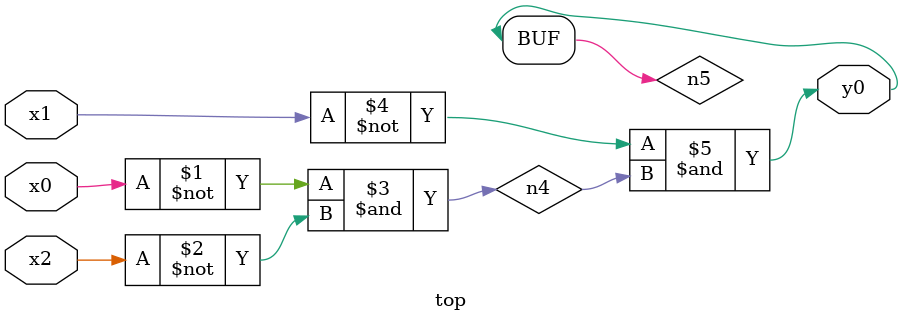
<source format=v>
module top( x0 , x1 , x2 , y0 );
  input x0 , x1 , x2 ;
  output y0 ;
  wire n4 , n5 ;
  assign n4 = ~x0 & ~x2 ;
  assign n5 = ~x1 & n4 ;
  assign y0 = n5 ;
endmodule

</source>
